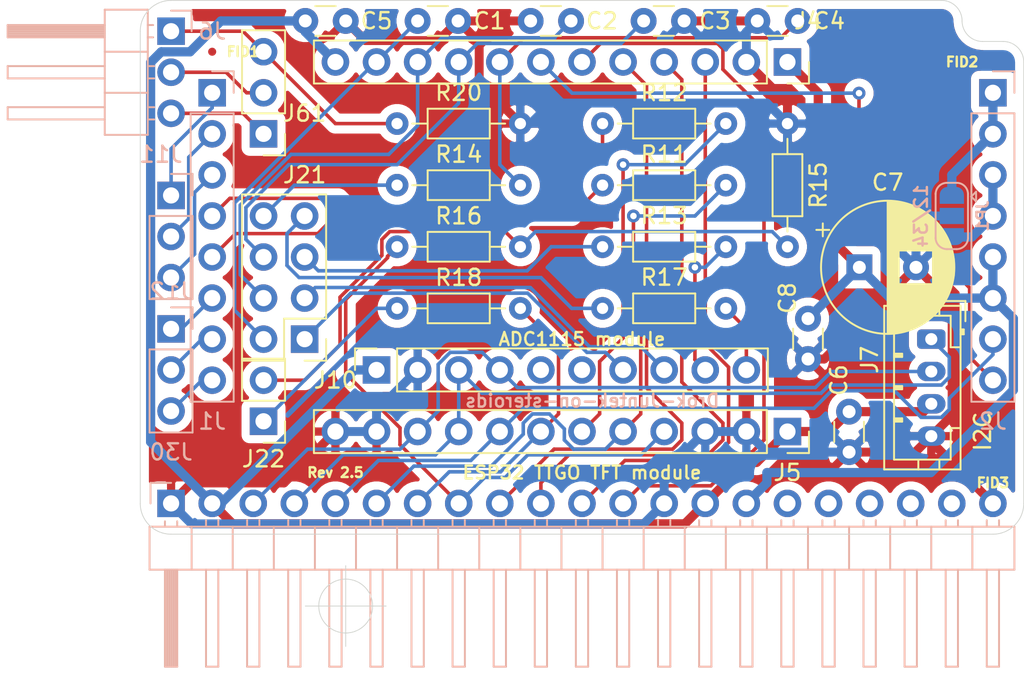
<source format=kicad_pcb>
(kicad_pcb (version 20171130) (host pcbnew "(5.1.10)-1")
  (title_block (title Drok/Juntek-on-steroids) (date 2021-08-24) (rev 2.5))
  (layers (0 F.Cu signal) (31 B.Cu signal) (34 B.Paste user hide) (35 F.Paste user hide) (36 B.SilkS user) (37 F.SilkS user) (38 B.Mask user) (39 F.Mask user) (44 Edge.Cuts user))
  (net 0 "")
  (net 1 VCC)
  (net 2 /GPIO27)
  (net 3 /SDA)
  (net 4 /SCL)
  (net 5 /GPIO13)
  (net 6 /ADC0)
  (net 7 /ADC1)
  (net 8 /ADC2)
  (net 9 /ADC3)
  (net 10 /GPIO32)
  (net 11 /GPIO25)
  (net 12 /GPIO26)
  (net 13 /GPIO17)
  (net 14 /A3)
  (net 15 /A2)
  (net 16 /A1)
  (net 17 /A0)
  (net 18 /J1.8)
  (net 19 /J1.3)
  (net 20 /J1.2)
  (net 21 /J1.6)
  (net 22 /+3V3)
  (net 23 /GPIO12)
  (net 24 /J1.1)
  (net 25 /J1.5)
  (net 26 /J1.4)
  (net 27 /J6.2)
  (net 28 /J1.7)
  (net 29 /J6.3)
  (net 30 /FanPWM)
  (net 31 "Net-(J21-Pad7)")
  (net 32 /J6.1)
  (net 33 "Net-(J21-Pad5)")
  (net 34 "Net-(J21-Pad8)")
  (net 35 "Net-(J22-Pad2)")
  (net 36 "Net-(J22-Pad1)")
  (net 37 GND)
  (net 38 /GPIO15)
  (net 39 /GPIO33)
  (net 40 /GNDD)
  (net 41 /GNDA)
  (module Fiducial:Fiducial_0.5mm_Mask1mm (layer F.Cu) (at 151.765 63.5)
    (fp_text reference FID2 (at -1.905 0) (layer F.SilkS) (effects (font (size 0.6 0.6))))
    (fp_text value Fiducial)
    (pad "" smd circle (at 0 0) (size 0.5 0.5) (layers F.Cu F.Mask) (clearance 0.25))
  )
  (module Connector_PinHeader_2.54mm:PinHeader_1x03_P2.54mm_Vertical (layer F.Cu) (at 106.68 67.945 180)
    (fp_text reference J61 (at -2.54 1.27) (layer F.SilkS))
    (fp_text value patch)
    (pad 3 thru_hole oval (at 0 5.08 180) (size 1.7 1.7) (drill 1) (layers *.Cu *.Mask) (net 29 /J6.3))
    (pad 2 thru_hole oval (at 0 2.54 180) (size 1.7 1.7) (drill 1) (layers *.Cu *.Mask) (net 27 /J6.2))
    (pad 1 thru_hole rect (at 0 0 180) (size 1.7 1.7) (drill 1) (layers *.Cu *.Mask) (net 32 /J6.1))
  )
  (module Connector_PinHeader_2.54mm:PinHeader_1x03_P2.54mm_Vertical (layer B.Cu) (at 100.965 80.01 180)
    (fp_text reference J12 (at 0 2.33) (layer B.SilkS) (effects (justify mirror)))
    (fp_text value patch)
    (pad 3 thru_hole oval (at 0 -5.08 180) (size 1.7 1.7) (drill 1) (layers *.Cu *.Mask) (net 18 /J1.8))
    (pad 2 thru_hole oval (at 0 -2.54 180) (size 1.7 1.7) (drill 1) (layers *.Cu *.Mask) (net 28 /J1.7))
    (pad 1 thru_hole rect (at 0 0 180) (size 1.7 1.7) (drill 1) (layers *.Cu *.Mask) (net 21 /J1.6))
  )
  (module Connector_PinHeader_2.54mm:PinHeader_1x02_P2.54mm_Vertical (layer F.Cu) (at 106.68 85.725 180)
    (fp_text reference J22 (at 0 -2.33) (layer F.SilkS))
    (fp_text value patch)
    (pad 2 thru_hole oval (at 0 2.54 180) (size 1.7 1.7) (drill 1) (layers *.Cu *.Mask) (net 35 "Net-(J22-Pad2)"))
    (pad 1 thru_hole rect (at 0 0 180) (size 1.7 1.7) (drill 1) (layers *.Cu *.Mask) (net 36 "Net-(J22-Pad1)"))
  )
  (module Connector_PinHeader_2.54mm:PinHeader_2x04_P2.54mm_Vertical (layer F.Cu) (at 109.22 80.645 180)
    (fp_text reference J21 (at 0 10.16) (layer F.SilkS))
    (fp_text value patch)
    (pad 8 thru_hole oval (at 2.54 7.62 180) (size 1.7 1.7) (drill 1) (layers *.Cu *.Mask) (net 34 "Net-(J21-Pad8)"))
    (pad 7 thru_hole oval (at 0 7.62 180) (size 1.7 1.7) (drill 1) (layers *.Cu *.Mask) (net 31 "Net-(J21-Pad7)"))
    (pad 6 thru_hole oval (at 2.54 5.08 180) (size 1.7 1.7) (drill 1) (layers *.Cu *.Mask) (net 8 /ADC2))
    (pad 5 thru_hole oval (at 0 5.08 180) (size 1.7 1.7) (drill 1) (layers *.Cu *.Mask) (net 33 "Net-(J21-Pad5)"))
    (pad 4 thru_hole oval (at 2.54 2.54 180) (size 1.7 1.7) (drill 1) (layers *.Cu *.Mask) (net 7 /ADC1))
    (pad 3 thru_hole oval (at 0 2.54 180) (size 1.7 1.7) (drill 1) (layers *.Cu *.Mask) (net 16 /A1))
    (pad 2 thru_hole oval (at 2.54 0 180) (size 1.7 1.7) (drill 1) (layers *.Cu *.Mask) (net 6 /ADC0))
    (pad 1 thru_hole rect (at 0 0 180) (size 1.7 1.7) (drill 1) (layers *.Cu *.Mask) (net 17 /A0))
  )
  (module Connector_PinHeader_2.54mm:PinHeader_1x03_P2.54mm_Vertical (layer B.Cu) (at 100.965 71.755 180)
    (fp_text reference J11 (at 0.635 2.54) (layer B.SilkS) (effects (justify mirror)))
    (fp_text value patch)
    (pad 3 thru_hole oval (at 0 -5.08 180) (size 1.7 1.7) (drill 1) (layers *.Cu *.Mask) (net 19 /J1.3))
    (pad 2 thru_hole oval (at 0 -2.54 180) (size 1.7 1.7) (drill 1) (layers *.Cu *.Mask) (net 20 /J1.2))
    (pad 1 thru_hole rect (at 0 0 180) (size 1.7 1.7) (drill 1) (layers *.Cu *.Mask) (net 24 /J1.1))
  )
  (module Connector_JST:JST_PH_B4B-PH-K_1x04_P2.00mm_Vertical (layer F.Cu) (at 147.955 80.645 270)
    (fp_text reference J7 (at 1.27 3.81 90) (layer F.SilkS))
    (fp_text value I2C)
    (pad 4 thru_hole oval (at 6 0 270) (size 1.2 1.75) (drill 0.75) (layers *.Cu *.Mask) (net 37 GND))
    (pad 3 thru_hole oval (at 4 0 270) (size 1.2 1.75) (drill 0.75) (layers *.Cu *.Mask) (net 22 /+3V3))
    (pad 2 thru_hole oval (at 2 0 270) (size 1.2 1.75) (drill 0.75) (layers *.Cu *.Mask) (net 3 /SDA))
    (pad 1 thru_hole roundrect (at 0 0 270) (size 1.2 1.75) (drill 0.75) (layers *.Cu *.Mask) (roundrect_rratio 0.2083325) (net 4 /SCL))
  )
  (module Connector_PinSocket_2.54mm:PinSocket_1x10_P2.54mm_Vertical (layer F.Cu) (at 113.665 82.55 90)
    (fp_text reference J10 (at -0.635 -2.54 180) (layer F.SilkS))
    (fp_text value ADS1115)
    (pad 10 thru_hole oval (at 0 22.86 90) (size 1.7 1.7) (drill 1) (layers *.Cu *.Mask) (net 14 /A3))
    (pad 9 thru_hole oval (at 0 20.32 90) (size 1.7 1.7) (drill 1) (layers *.Cu *.Mask) (net 15 /A2))
    (pad 8 thru_hole oval (at 0 17.78 90) (size 1.7 1.7) (drill 1) (layers *.Cu *.Mask) (net 16 /A1))
    (pad 7 thru_hole oval (at 0 15.24 90) (size 1.7 1.7) (drill 1) (layers *.Cu *.Mask) (net 17 /A0))
    (pad 6 thru_hole oval (at 0 12.7 90) (size 1.7 1.7) (drill 1) (layers *.Cu *.Mask))
    (pad 5 thru_hole oval (at 0 10.16 90) (size 1.7 1.7) (drill 1) (layers *.Cu *.Mask))
    (pad 4 thru_hole oval (at 0 7.62 90) (size 1.7 1.7) (drill 1) (layers *.Cu *.Mask) (net 3 /SDA))
    (pad 3 thru_hole oval (at 0 5.08 90) (size 1.7 1.7) (drill 1) (layers *.Cu *.Mask) (net 4 /SCL))
    (pad 2 thru_hole oval (at 0 2.54 90) (size 1.7 1.7) (drill 1) (layers *.Cu *.Mask) (net 37 GND))
    (pad 1 thru_hole rect (at 0 0 90) (size 1.7 1.7) (drill 1) (layers *.Cu *.Mask) (net 22 /+3V3))
  )
  (module Resistor_THT:R_Axial_DIN0204_L3.6mm_D1.6mm_P7.62mm_Horizontal (layer F.Cu) (at 127.635 74.93)
    (fp_text reference R13 (at 3.81 -1.92) (layer F.SilkS))
    (fp_text value 1k/zero)
    (pad 2 thru_hole oval (at 7.62 0) (size 1.4 1.4) (drill 0.7) (layers *.Cu *.Mask) (net 15 /A2))
    (pad 1 thru_hole circle (at 0 0) (size 1.4 1.4) (drill 0.7) (layers *.Cu *.Mask) (net 33 "Net-(J21-Pad5)"))
  )
  (module Jumper:SolderJumper-3_P1.3mm_Open_RoundedPad1.0x1.5mm (layer B.Cu) (at 149.225 73.025 270)
    (fp_text reference JP1 (at 0 -1.905 90) (layer B.SilkS) (effects (font (size 0.7 0.7)) (justify mirror)))
    (fp_text value GND/D)
    (pad 2 smd rect (at 0 0 270) (size 1 1.5) (layers B.Cu B.Mask) (net 37 GND))
    (pad 3 smd custom (at 1.3 0 270) (size 1 0.5) (layers B.Cu B.Mask) (net 40 /GNDD) (options (clearance outline) (anchor rect)) (primitives (gr_circle (center 0 -0.25) (end 0.5 -0.25) (width 0)) (gr_circle (center 0 0.25) (end 0.5 0.25) (width 0)) (gr_poly (pts (xy -0.55 0.75) (xy 0 0.75) (xy 0 -0.75) (xy -0.55 -0.75)) (width 0))))
    (pad 1 smd custom (at -1.3 0 270) (size 1 0.5) (layers B.Cu B.Mask) (net 41 /GNDA) (options (clearance outline) (anchor rect)) (primitives (gr_circle (center 0 -0.25) (end 0.5 -0.25) (width 0)) (gr_circle (center 0 0.25) (end 0.5 0.25) (width 0)) (gr_poly (pts (xy 0.55 0.75) (xy 0 0.75) (xy 0 -0.75) (xy 0.55 -0.75)) (width 0))))
  )
  (module Capacitor_THT:C_Disc_D3.0mm_W1.6mm_P2.50mm (layer F.Cu) (at 142.875 87.63 90)
    (fp_text reference C6 (at 4.445 -0.635 90) (layer F.SilkS))
    (fp_text value 0.1µ)
    (pad 2 thru_hole circle (at 2.5 0 90) (size 1.6 1.6) (drill 0.8) (layers *.Cu *.Mask) (net 22 /+3V3))
    (pad 1 thru_hole circle (at 0 0 90) (size 1.6 1.6) (drill 0.8) (layers *.Cu *.Mask) (net 37 GND))
  )
  (module Capacitor_THT:C_Disc_D3.0mm_W1.6mm_P2.50mm (layer F.Cu) (at 111.76 60.96 180)
    (fp_text reference C5 (at -1.905 0) (layer F.SilkS))
    (fp_text value 0.1µ)
    (pad 2 thru_hole circle (at 2.5 0 180) (size 1.6 1.6) (drill 0.8) (layers *.Cu *.Mask) (net 22 /+3V3))
    (pad 1 thru_hole circle (at 0 0 180) (size 1.6 1.6) (drill 0.8) (layers *.Cu *.Mask) (net 37 GND))
  )
  (module Connector_PinHeader_2.54mm:PinHeader_1x21_P2.54mm_Horizontal (layer B.Cu) (at 100.965 90.805 270)
    (fp_text reference J30 (at -3.175 0 180) (layer B.SilkS) (effects (justify mirror)))
    (fp_text value Expansion1)
    (pad 21 thru_hole oval (at 0 -50.8 270) (size 1.7 1.7) (drill 1) (layers *.Cu *.Mask) (net 37 GND))
    (pad 20 thru_hole oval (at 0 -48.26 270) (size 1.7 1.7) (drill 1) (layers *.Cu *.Mask))
    (pad 19 thru_hole oval (at 0 -45.72 270) (size 1.7 1.7) (drill 1) (layers *.Cu *.Mask))
    (pad 18 thru_hole oval (at 0 -43.18 270) (size 1.7 1.7) (drill 1) (layers *.Cu *.Mask))
    (pad 17 thru_hole oval (at 0 -40.64 270) (size 1.7 1.7) (drill 1) (layers *.Cu *.Mask))
    (pad 16 thru_hole oval (at 0 -38.1 270) (size 1.7 1.7) (drill 1) (layers *.Cu *.Mask))
    (pad 15 thru_hole oval (at 0 -35.56 270) (size 1.7 1.7) (drill 1) (layers *.Cu *.Mask) (net 1 VCC))
    (pad 14 thru_hole oval (at 0 -33.02 270) (size 1.7 1.7) (drill 1) (layers *.Cu *.Mask) (net 22 /+3V3))
    (pad 13 thru_hole oval (at 0 -30.48 270) (size 1.7 1.7) (drill 1) (layers *.Cu *.Mask) (net 37 GND))
    (pad 12 thru_hole oval (at 0 -27.94 270) (size 1.7 1.7) (drill 1) (layers *.Cu *.Mask) (net 39 /GPIO33))
    (pad 11 thru_hole oval (at 0 -25.4 270) (size 1.7 1.7) (drill 1) (layers *.Cu *.Mask) (net 2 /GPIO27))
    (pad 10 thru_hole oval (at 0 -22.86 270) (size 1.7 1.7) (drill 1) (layers *.Cu *.Mask) (net 12 /GPIO26))
    (pad 9 thru_hole oval (at 0 -20.32 270) (size 1.7 1.7) (drill 1) (layers *.Cu *.Mask) (net 11 /GPIO25))
    (pad 8 thru_hole oval (at 0 -17.78 270) (size 1.7 1.7) (drill 1) (layers *.Cu *.Mask) (net 23 /GPIO12))
    (pad 7 thru_hole oval (at 0 -15.24 270) (size 1.7 1.7) (drill 1) (layers *.Cu *.Mask) (net 30 /FanPWM))
    (pad 6 thru_hole oval (at 0 -12.7 270) (size 1.7 1.7) (drill 1) (layers *.Cu *.Mask) (net 5 /GPIO13))
    (pad 5 thru_hole oval (at 0 -10.16 270) (size 1.7 1.7) (drill 1) (layers *.Cu *.Mask) (net 13 /GPIO17))
    (pad 4 thru_hole oval (at 0 -7.62 270) (size 1.7 1.7) (drill 1) (layers *.Cu *.Mask) (net 4 /SCL))
    (pad 3 thru_hole oval (at 0 -5.08 270) (size 1.7 1.7) (drill 1) (layers *.Cu *.Mask) (net 3 /SDA))
    (pad 2 thru_hole oval (at 0 -2.54 270) (size 1.7 1.7) (drill 1) (layers *.Cu *.Mask) (net 22 /+3V3))
    (pad 1 thru_hole rect (at 0 0 270) (size 1.7 1.7) (drill 1) (layers *.Cu *.Mask) (net 37 GND))
  )
  (module Resistor_THT:R_Axial_DIN0204_L3.6mm_D1.6mm_P7.62mm_Horizontal (layer F.Cu) (at 114.935 67.31)
    (fp_text reference R20 (at 3.81 -1.92) (layer F.SilkS))
    (fp_text value 100k/none)
    (pad 2 thru_hole oval (at 7.62 0) (size 1.4 1.4) (drill 0.7) (layers *.Cu *.Mask) (net 37 GND))
    (pad 1 thru_hole circle (at 0 0) (size 1.4 1.4) (drill 0.7) (layers *.Cu *.Mask) (net 32 /J6.1))
  )
  (module Resistor_THT:R_Axial_DIN0204_L3.6mm_D1.6mm_P7.62mm_Horizontal (layer F.Cu) (at 114.935 78.74)
    (fp_text reference R18 (at 3.81 -1.905) (layer F.SilkS))
    (fp_text value 1k/zero)
    (pad 2 thru_hole oval (at 7.62 0) (size 1.4 1.4) (drill 0.7) (layers *.Cu *.Mask) (net 30 /FanPWM))
    (pad 1 thru_hole circle (at 0 0) (size 1.4 1.4) (drill 0.7) (layers *.Cu *.Mask) (net 36 "Net-(J22-Pad1)"))
  )
  (module Resistor_THT:R_Axial_DIN0204_L3.6mm_D1.6mm_P7.62mm_Horizontal (layer F.Cu) (at 127.635 78.74)
    (fp_text reference R17 (at 3.81 -1.92) (layer F.SilkS))
    (fp_text value 1k/zero)
    (pad 2 thru_hole oval (at 7.62 0) (size 1.4 1.4) (drill 0.7) (layers *.Cu *.Mask) (net 14 /A3))
    (pad 1 thru_hole circle (at 0 0) (size 1.4 1.4) (drill 0.7) (layers *.Cu *.Mask) (net 31 "Net-(J21-Pad7)"))
  )
  (module Resistor_THT:R_Axial_DIN0204_L3.6mm_D1.6mm_P7.62mm_Horizontal (layer F.Cu) (at 122.555 74.93 180)
    (fp_text reference R16 (at 3.81 1.905) (layer F.SilkS))
    (fp_text value 1k/zero)
    (pad 2 thru_hole oval (at 7.62 0 180) (size 1.4 1.4) (drill 0.7) (layers *.Cu *.Mask) (net 23 /GPIO12))
    (pad 1 thru_hole circle (at 0 0 180) (size 1.4 1.4) (drill 0.7) (layers *.Cu *.Mask) (net 35 "Net-(J22-Pad2)"))
  )
  (module Resistor_THT:R_Axial_DIN0204_L3.6mm_D1.6mm_P7.62mm_Horizontal (layer F.Cu) (at 139.065 74.93 90)
    (fp_text reference R15 (at 3.81 1.905 90) (layer F.SilkS))
    (fp_text value 2k2/none)
    (pad 2 thru_hole oval (at 7.62 0 90) (size 1.4 1.4) (drill 0.7) (layers *.Cu *.Mask) (net 37 GND))
    (pad 1 thru_hole circle (at 0 0 90) (size 1.4 1.4) (drill 0.7) (layers *.Cu *.Mask) (net 35 "Net-(J22-Pad2)"))
  )
  (module Resistor_THT:R_Axial_DIN0204_L3.6mm_D1.6mm_P7.62mm_Horizontal (layer F.Cu) (at 135.255 67.31 180)
    (fp_text reference R12 (at 3.81 1.905) (layer F.SilkS))
    (fp_text value 68k/zero)
    (pad 2 thru_hole oval (at 7.62 0 180) (size 1.4 1.4) (drill 0.7) (layers *.Cu *.Mask) (net 26 /J1.4))
    (pad 1 thru_hole circle (at 0 0 180) (size 1.4 1.4) (drill 0.7) (layers *.Cu *.Mask) (net 38 /GPIO15))
  )
  (module Resistor_THT:R_Axial_DIN0204_L3.6mm_D1.6mm_P7.62mm_Horizontal (layer F.Cu) (at 135.255 71.12 180)
    (fp_text reference R11 (at 3.81 1.905) (layer F.SilkS))
    (fp_text value 68k/zero)
    (pad 2 thru_hole oval (at 7.62 0 180) (size 1.4 1.4) (drill 0.7) (layers *.Cu *.Mask) (net 25 /J1.5))
    (pad 1 thru_hole circle (at 0 0 180) (size 1.4 1.4) (drill 0.7) (layers *.Cu *.Mask) (net 5 /GPIO13))
  )
  (module Capacitor_THT:C_Disc_D3.0mm_W1.6mm_P2.50mm (layer F.Cu) (at 130.175 60.96)
    (fp_text reference C3 (at 4.405 0) (layer F.SilkS))
    (fp_text value 0.1µ)
    (pad 2 thru_hole circle (at 2.5 0) (size 1.6 1.6) (drill 0.8) (layers *.Cu *.Mask) (net 37 GND))
    (pad 1 thru_hole circle (at 0 0) (size 1.6 1.6) (drill 0.8) (layers *.Cu *.Mask) (net 8 /ADC2))
  )
  (module Capacitor_THT:C_Disc_D3.0mm_W1.6mm_P2.50mm (layer F.Cu) (at 125.69 60.96 180)
    (fp_text reference C2 (at -1.905 0) (layer F.SilkS))
    (fp_text value 0.1µ)
    (pad 2 thru_hole circle (at 2.5 0 180) (size 1.6 1.6) (drill 0.8) (layers *.Cu *.Mask) (net 37 GND))
    (pad 1 thru_hole circle (at 0 0 180) (size 1.6 1.6) (drill 0.8) (layers *.Cu *.Mask) (net 7 /ADC1))
  )
  (module Capacitor_THT:C_Disc_D3.0mm_W1.6mm_P2.50mm (layer F.Cu) (at 116.205 60.96)
    (fp_text reference C1 (at 4.445 0) (layer F.SilkS))
    (fp_text value 0.1µ)
    (pad 2 thru_hole circle (at 2.5 0) (size 1.6 1.6) (drill 0.8) (layers *.Cu *.Mask) (net 37 GND))
    (pad 1 thru_hole circle (at 0 0) (size 1.6 1.6) (drill 0.8) (layers *.Cu *.Mask) (net 6 /ADC0))
  )
  (module Resistor_THT:R_Axial_DIN0204_L3.6mm_D1.6mm_P7.62mm_Horizontal (layer F.Cu) (at 122.555 71.12 180)
    (fp_text reference R14 (at 3.81 1.905) (layer F.SilkS))
    (fp_text value 1k/zero)
    (pad 2 thru_hole oval (at 7.62 0 180) (size 1.4 1.4) (drill 0.7) (layers *.Cu *.Mask) (net 34 "Net-(J21-Pad8)"))
    (pad 1 thru_hole circle (at 0 0 180) (size 1.4 1.4) (drill 0.7) (layers *.Cu *.Mask) (net 9 /ADC3))
  )
  (module Connector_PinHeader_2.54mm:PinHeader_1x03_P2.54mm_Horizontal (layer B.Cu) (at 100.965 61.595 180)
    (fp_text reference J6 (at -2.54 0 180) (layer B.SilkS) (effects (justify mirror)))
    (fp_text value feedback)
    (pad 3 thru_hole oval (at 0 -5.08 180) (size 1.7 1.7) (drill 1) (layers *.Cu *.Mask) (net 29 /J6.3))
    (pad 2 thru_hole oval (at 0 -2.54 180) (size 1.7 1.7) (drill 1) (layers *.Cu *.Mask) (net 27 /J6.2))
    (pad 1 thru_hole rect (at 0 0 180) (size 1.7 1.7) (drill 1) (layers *.Cu *.Mask) (net 32 /J6.1))
  )
  (module Capacitor_THT:C_Disc_D3.0mm_W1.6mm_P2.50mm (layer F.Cu) (at 140.335 79.375 270)
    (fp_text reference C8 (at -1.27 1.27 90) (layer F.SilkS))
    (fp_text value 0.1µ)
    (pad 2 thru_hole circle (at 2.5 0 270) (size 1.6 1.6) (drill 0.8) (layers *.Cu *.Mask) (net 37 GND))
    (pad 1 thru_hole circle (at 0 0 270) (size 1.6 1.6) (drill 0.8) (layers *.Cu *.Mask) (net 1 VCC))
  )
  (module Capacitor_THT:C_Disc_D3.0mm_W1.6mm_P2.50mm (layer F.Cu) (at 139.7 60.96 180)
    (fp_text reference C4 (at -1.945 0) (layer F.SilkS))
    (fp_text value 0.1µ)
    (pad 2 thru_hole circle (at 2.5 0 180) (size 1.6 1.6) (drill 0.8) (layers *.Cu *.Mask) (net 37 GND))
    (pad 1 thru_hole circle (at 0 0 180) (size 1.6 1.6) (drill 0.8) (layers *.Cu *.Mask) (net 9 /ADC3))
  )
  (module Capacitor_THT:CP_Radial_D8.0mm_P3.50mm (layer F.Cu) (at 143.51 76.2)
    (fp_text reference C7 (at 1.75 -5.25) (layer F.SilkS))
    (fp_text value 470µ)
    (pad 2 thru_hole circle (at 3.5 0) (size 1.6 1.6) (drill 0.8) (layers *.Cu *.Mask) (net 37 GND))
    (pad 1 thru_hole rect (at 0 0) (size 1.6 1.6) (drill 0.8) (layers *.Cu *.Mask) (net 1 VCC))
  )
  (module Fiducial:Fiducial_0.5mm_Mask1mm (layer F.Cu) (at 151.765 88.265)
    (fp_text reference FID3 (at 0 1.27) (layer F.SilkS) (effects (font (size 0.6 0.6))))
    (fp_text value Fiducial)
    (pad "" smd circle (at 0 0) (size 0.5 0.5) (layers F.Cu F.Mask) (clearance 0.25))
  )
  (module Fiducial:Fiducial_0.5mm_Mask1mm (layer F.Cu) (at 103.505 62.865)
    (fp_text reference FID1 (at 1.905 0) (layer F.SilkS) (effects (font (size 0.6 0.6))))
    (fp_text value Fiducial)
    (pad "" smd circle (at 0 0) (size 0.5 0.5) (layers F.Cu F.Mask) (clearance 0.25))
  )
  (module Connector_PinSocket_2.54mm:PinSocket_1x12_P2.54mm_Vertical (layer F.Cu) (at 139.065 86.36 270)
    (fp_text reference J5 (at 2.54 0 180) (layer F.SilkS))
    (fp_text value ESP32-TFT)
    (pad 12 thru_hole oval (at 0 27.94 270) (size 1.7 1.7) (drill 1) (layers *.Cu *.Mask) (net 37 GND))
    (pad 11 thru_hole oval (at 0 25.4 270) (size 1.7 1.7) (drill 1) (layers *.Cu *.Mask) (net 37 GND))
    (pad 10 thru_hole oval (at 0 22.86 270) (size 1.7 1.7) (drill 1) (layers *.Cu *.Mask) (net 3 /SDA))
    (pad 9 thru_hole oval (at 0 20.32 270) (size 1.7 1.7) (drill 1) (layers *.Cu *.Mask) (net 4 /SCL))
    (pad 8 thru_hole oval (at 0 17.78 270) (size 1.7 1.7) (drill 1) (layers *.Cu *.Mask) (net 13 /GPIO17))
    (pad 7 thru_hole oval (at 0 15.24 270) (size 1.7 1.7) (drill 1) (layers *.Cu *.Mask) (net 30 /FanPWM))
    (pad 6 thru_hole oval (at 0 12.7 270) (size 1.7 1.7) (drill 1) (layers *.Cu *.Mask) (net 38 /GPIO15))
    (pad 5 thru_hole oval (at 0 10.16 270) (size 1.7 1.7) (drill 1) (layers *.Cu *.Mask) (net 5 /GPIO13))
    (pad 4 thru_hole oval (at 0 7.62 270) (size 1.7 1.7) (drill 1) (layers *.Cu *.Mask) (net 23 /GPIO12))
    (pad 3 thru_hole oval (at 0 5.08 270) (size 1.7 1.7) (drill 1) (layers *.Cu *.Mask) (net 37 GND))
    (pad 2 thru_hole oval (at 0 2.54 270) (size 1.7 1.7) (drill 1) (layers *.Cu *.Mask) (net 37 GND))
    (pad 1 thru_hole rect (at 0 0 270) (size 1.7 1.7) (drill 1) (layers *.Cu *.Mask) (net 22 /+3V3))
  )
  (module Connector_PinSocket_2.54mm:PinSocket_1x12_P2.54mm_Vertical (layer F.Cu) (at 139.065 63.5 270)
    (fp_text reference J4 (at -2.54 -1.27 180) (layer F.SilkS))
    (fp_text value ESP32-TFT)
    (pad 12 thru_hole oval (at 0 27.94 270) (size 1.7 1.7) (drill 1) (layers *.Cu *.Mask) (net 22 /+3V3))
    (pad 11 thru_hole oval (at 0 25.4 270) (size 1.7 1.7) (drill 1) (layers *.Cu *.Mask) (net 6 /ADC0))
    (pad 10 thru_hole oval (at 0 22.86 270) (size 1.7 1.7) (drill 1) (layers *.Cu *.Mask) (net 7 /ADC1))
    (pad 9 thru_hole oval (at 0 20.32 270) (size 1.7 1.7) (drill 1) (layers *.Cu *.Mask) (net 8 /ADC2))
    (pad 8 thru_hole oval (at 0 17.78 270) (size 1.7 1.7) (drill 1) (layers *.Cu *.Mask) (net 9 /ADC3))
    (pad 7 thru_hole oval (at 0 15.24 270) (size 1.7 1.7) (drill 1) (layers *.Cu *.Mask) (net 10 /GPIO32))
    (pad 6 thru_hole oval (at 0 12.7 270) (size 1.7 1.7) (drill 1) (layers *.Cu *.Mask) (net 39 /GPIO33))
    (pad 5 thru_hole oval (at 0 10.16 270) (size 1.7 1.7) (drill 1) (layers *.Cu *.Mask) (net 11 /GPIO25))
    (pad 4 thru_hole oval (at 0 7.62 270) (size 1.7 1.7) (drill 1) (layers *.Cu *.Mask) (net 12 /GPIO26))
    (pad 3 thru_hole oval (at 0 5.08 270) (size 1.7 1.7) (drill 1) (layers *.Cu *.Mask) (net 2 /GPIO27))
    (pad 2 thru_hole oval (at 0 2.54 270) (size 1.7 1.7) (drill 1) (layers *.Cu *.Mask) (net 37 GND))
    (pad 1 thru_hole rect (at 0 0 270) (size 1.7 1.7) (drill 1) (layers *.Cu *.Mask) (net 1 VCC))
  )
  (module Connector_PinHeader_2.54mm:PinHeader_1x08_P2.54mm_Vertical (layer B.Cu) (at 151.765 65.405 180)
    (fp_text reference J2 (at 0 -20.32) (layer B.SilkS) (effects (justify mirror)))
    (fp_text value "To PSU host board")
    (pad 8 thru_hole oval (at 0 -17.78 180) (size 1.7 1.7) (drill 1) (layers *.Cu *.Mask) (net 10 /GPIO32))
    (pad 7 thru_hole oval (at 0 -15.24 180) (size 1.7 1.7) (drill 1) (layers *.Cu *.Mask) (net 13 /GPIO17))
    (pad 6 thru_hole oval (at 0 -12.7 180) (size 1.7 1.7) (drill 1) (layers *.Cu *.Mask) (net 1 VCC))
    (pad 5 thru_hole oval (at 0 -10.16 180) (size 1.7 1.7) (drill 1) (layers *.Cu *.Mask) (net 1 VCC))
    (pad 4 thru_hole oval (at 0 -7.62 180) (size 1.7 1.7) (drill 1) (layers *.Cu *.Mask) (net 40 /GNDD))
    (pad 3 thru_hole oval (at 0 -5.08 180) (size 1.7 1.7) (drill 1) (layers *.Cu *.Mask) (net 40 /GNDD))
    (pad 2 thru_hole oval (at 0 -2.54 180) (size 1.7 1.7) (drill 1) (layers *.Cu *.Mask) (net 41 /GNDA))
    (pad 1 thru_hole rect (at 0 0 180) (size 1.7 1.7) (drill 1) (layers *.Cu *.Mask) (net 41 /GNDA))
  )
  (module Connector_PinHeader_2.54mm:PinHeader_1x08_P2.54mm_Vertical (layer B.Cu) (at 103.505 65.405 180)
    (fp_text reference J1 (at 0 -20.32) (layer B.SilkS) (effects (justify mirror)))
    (fp_text value "To PSU host board")
    (pad 8 thru_hole oval (at 0 -17.78 180) (size 1.7 1.7) (drill 1) (layers *.Cu *.Mask) (net 18 /J1.8))
    (pad 7 thru_hole oval (at 0 -15.24 180) (size 1.7 1.7) (drill 1) (layers *.Cu *.Mask) (net 28 /J1.7))
    (pad 6 thru_hole oval (at 0 -12.7 180) (size 1.7 1.7) (drill 1) (layers *.Cu *.Mask) (net 21 /J1.6))
    (pad 5 thru_hole oval (at 0 -10.16 180) (size 1.7 1.7) (drill 1) (layers *.Cu *.Mask) (net 25 /J1.5))
    (pad 4 thru_hole oval (at 0 -7.62 180) (size 1.7 1.7) (drill 1) (layers *.Cu *.Mask) (net 26 /J1.4))
    (pad 3 thru_hole oval (at 0 -5.08 180) (size 1.7 1.7) (drill 1) (layers *.Cu *.Mask) (net 19 /J1.3))
    (pad 2 thru_hole oval (at 0 -2.54 180) (size 1.7 1.7) (drill 1) (layers *.Cu *.Mask) (net 20 /J1.2))
    (pad 1 thru_hole rect (at 0 0 180) (size 1.7 1.7) (drill 1) (layers *.Cu *.Mask) (net 24 /J1.1))
  )
  (target plus (at 111.76 97.155) (size 5) (width 0.05) (layer Edge.Cuts))
  (gr_text I2C (at 151.13 86.36 90) (layer F.SilkS) (effects (font (size 1 1))))
  (gr_text 12/34 (at 147.32 73.025 90) (layer B.SilkS) (effects (font (size 0.8 0.8)) (justify mirror)))
  (gr_line (start 151.13 62.23) (end 152.4 62.23) (layer Edge.Cuts) (width 0.05))
  (gr_text "ADC1115 module" (at 126.365 80.645) (layer F.SilkS) (effects (font (size 0.8 0.8))))
  (gr_arc (start 151.13 60.96) (end 149.86 60.96) (angle -90) (layer Edge.Cuts) (width 0.05))
  (gr_arc (start 152.4 63.5) (end 153.67 63.5) (angle -90) (layer Edge.Cuts) (width 0.05))
  (gr_arc (start 148.59 60.96) (end 149.86 60.96) (angle -90) (layer Edge.Cuts) (width 0.05))
  (gr_text "ESP32 TTGO TFT module" (at 126.365 88.9) (layer F.SilkS) (effects (font (size 0.8 0.8))))
  (gr_text Drok-Juntek-on-steroids (at 127 84.455) (layer B.SilkS) (effects (font (size 0.8 0.8)) (justify mirror)))
  (gr_text "Rev 2.5" (at 111.125 88.9) (layer F.SilkS) (effects (font (size 0.6 0.6))))
  (gr_arc (start 100.965 61.595) (end 100.965 59.69) (angle -90) (layer Edge.Cuts) (width 0.05))
  (gr_arc (start 100.965 90.805) (end 99.06 90.805) (angle -90) (layer Edge.Cuts) (width 0.05))
  (gr_arc (start 151.765 90.805) (end 151.765 92.71) (angle -90) (layer Edge.Cuts) (width 0.05))
  (gr_line (start 153.67 90.805) (end 153.67 63.5) (layer Edge.Cuts) (width 0.05))
  (gr_line (start 100.965 92.71) (end 151.765 92.71) (layer Edge.Cuts) (width 0.05))
  (gr_line (start 99.06 61.595) (end 99.06 90.805) (layer Edge.Cuts) (width 0.05))
  (gr_line (start 148.59 59.69) (end 100.965 59.69) (layer Edge.Cuts) (width 0.05))
  (segment (start 151.765 75.565) (end 151.765 78.105) (width 0.57) (layer B.Cu) (net 1))
  (segment (start 145.415 78.105) (end 151.765 78.105) (width 0.57) (layer B.Cu) (net 1))
  (segment (start 143.51 76.2) (end 145.415 78.105) (width 0.57) (layer B.Cu) (net 1))
  (segment (start 143.51 76.2) (end 140.335 79.375) (width 0.57) (layer B.Cu) (net 1))
  (segment (start 139.065 63.5) (end 140.97 65.405) (width 0.57) (layer F.Cu) (net 1))
  (segment (start 140.97 73.66) (end 143.51 76.2) (width 0.57) (layer F.Cu) (net 1))
  (segment (start 140.97 65.405) (end 140.97 73.66) (width 0.57) (layer F.Cu) (net 1))
  (segment (start 142.875 76.835) (end 143.51 76.2) (width 0.57) (layer B.Cu) (net 1))
  (segment (start 153.030001 79.370001) (end 151.765 78.105) (width 0.57) (layer B.Cu) (net 1))
  (segment (start 153.030001 83.792201) (end 153.030001 79.370001) (width 0.57) (layer B.Cu) (net 1))
  (segment (start 147.922202 88.9) (end 153.030001 83.792201) (width 0.57) (layer B.Cu) (net 1))
  (segment (start 137.795 88.9) (end 147.922202 88.9) (width 0.57) (layer B.Cu) (net 1))
  (segment (start 137.795 89.535) (end 137.795 88.9) (width 0.57) (layer B.Cu) (net 1))
  (segment (start 136.525 90.805) (end 137.795 89.535) (width 0.57) (layer B.Cu) (net 1))
  (segment (start 150.465 74.325) (end 151.765 73.025) (width 0.57) (layer B.Cu) (net 40))
  (segment (start 149.225 74.325) (end 150.465 74.325) (width 0.57) (layer B.Cu) (net 40))
  (segment (start 151.765 73.025) (end 151.765 70.485) (width 0.57) (layer B.Cu) (net 40))
  (segment (start 149.225 70.485) (end 151.765 67.945) (width 0.57) (layer B.Cu) (net 41))
  (segment (start 149.225 71.725) (end 149.225 70.485) (width 0.57) (layer B.Cu) (net 41))
  (segment (start 151.765 67.945) (end 151.765 65.405) (width 0.57) (layer B.Cu) (net 41))
  (segment (start 133.985 80.936798) (end 133.985 63.5) (width 0.22) (layer F.Cu) (net 2))
  (segment (start 135.425011 87.028179) (end 135.425011 82.376809) (width 0.22) (layer F.Cu) (net 2))
  (segment (start 134.303169 88.150021) (end 135.425011 87.028179) (width 0.22) (layer F.Cu) (net 2))
  (segment (start 135.425011 82.376809) (end 133.985 80.936798) (width 0.22) (layer F.Cu) (net 2))
  (segment (start 129.019979 88.150021) (end 134.303169 88.150021) (width 0.22) (layer F.Cu) (net 2))
  (segment (start 126.365 90.805) (end 129.019979 88.150021) (width 0.22) (layer F.Cu) (net 2))
  (segment (start 118.221799 81.459999) (end 117.475 82.206798) (width 0.22) (layer B.Cu) (net 3))
  (segment (start 120.194999 81.459999) (end 118.221799 81.459999) (width 0.22) (layer B.Cu) (net 3))
  (segment (start 121.285 82.55) (end 120.194999 81.459999) (width 0.22) (layer B.Cu) (net 3))
  (segment (start 117.475 85.09) (end 116.205 86.36) (width 0.22) (layer B.Cu) (net 3))
  (segment (start 117.475 82.206798) (end 117.475 85.09) (width 0.22) (layer B.Cu) (net 3))
  (segment (start 109.399999 87.450001) (end 106.045 90.805) (width 0.22) (layer B.Cu) (net 3))
  (segment (start 115.114999 87.450001) (end 109.399999 87.450001) (width 0.22) (layer B.Cu) (net 3))
  (segment (start 116.205 86.36) (end 115.114999 87.450001) (width 0.22) (layer B.Cu) (net 3))
  (segment (start 122.375001 83.640001) (end 121.285 82.55) (width 0.22) (layer B.Cu) (net 3))
  (segment (start 147.955 82.645) (end 141.785002 82.645) (width 0.22) (layer B.Cu) (net 3))
  (segment (start 141.785002 82.645) (end 140.790001 83.640001) (width 0.22) (layer B.Cu) (net 3))
  (segment (start 140.790001 83.640001) (end 122.375001 83.640001) (width 0.22) (layer B.Cu) (net 3))
  (segment (start 118.745 86.36) (end 118.745 82.55) (width 0.22) (layer B.Cu) (net 4))
  (segment (start 108.585 90.805) (end 111.589989 87.800011) (width 0.22) (layer B.Cu) (net 4))
  (segment (start 117.304989 87.800011) (end 118.745 86.36) (width 0.22) (layer B.Cu) (net 4))
  (segment (start 111.589989 87.800011) (end 117.304989 87.800011) (width 0.22) (layer B.Cu) (net 4))
  (segment (start 120.185011 83.990011) (end 118.745 82.55) (width 0.22) (layer B.Cu) (net 4))
  (segment (start 141.140011 83.990011) (end 120.185011 83.990011) (width 0.22) (layer B.Cu) (net 4))
  (segment (start 141.645012 83.48501) (end 141.140011 83.990011) (width 0.22) (layer B.Cu) (net 4))
  (segment (start 148.577943 83.48501) (end 141.645012 83.48501) (width 0.22) (layer B.Cu) (net 4))
  (segment (start 149.07001 82.992943) (end 148.577943 83.48501) (width 0.22) (layer B.Cu) (net 4))
  (segment (start 149.07001 81.76001) (end 149.07001 82.992943) (width 0.22) (layer B.Cu) (net 4))
  (segment (start 147.955 80.645) (end 149.07001 81.76001) (width 0.22) (layer B.Cu) (net 4))
  (segment (start 113.665 90.805) (end 115.969969 88.500031) (width 0.22) (layer B.Cu) (net 5))
  (segment (start 125.274999 86.883201) (end 125.841799 87.450001) (width 0.22) (layer B.Cu) (net 5))
  (segment (start 125.274999 86.196797) (end 125.274999 86.883201) (width 0.22) (layer B.Cu) (net 5))
  (segment (start 123.301799 85.269999) (end 124.348201 85.269999) (width 0.22) (layer B.Cu) (net 5))
  (segment (start 122.734999 85.836799) (end 123.301799 85.269999) (width 0.22) (layer B.Cu) (net 5))
  (segment (start 125.841799 87.450001) (end 127.814999 87.450001) (width 0.22) (layer B.Cu) (net 5))
  (segment (start 122.734999 86.523203) (end 122.734999 85.836799) (width 0.22) (layer B.Cu) (net 5))
  (segment (start 127.814999 87.450001) (end 128.905 86.36) (width 0.22) (layer B.Cu) (net 5))
  (segment (start 120.758171 88.500031) (end 122.734999 86.523203) (width 0.22) (layer B.Cu) (net 5))
  (segment (start 124.348201 85.269999) (end 125.274999 86.196797) (width 0.22) (layer B.Cu) (net 5))
  (segment (start 115.969969 88.500031) (end 120.758171 88.500031) (width 0.22) (layer B.Cu) (net 5))
  (segment (start 129.995001 85.269999) (end 129.995001 80.465001) (width 0.22) (layer F.Cu) (net 5))
  (segment (start 128.905 86.36) (end 129.995001 85.269999) (width 0.22) (layer F.Cu) (net 5))
  (via (at 129.545 73.025) (size 0.8) (drill 0.4) (layers F.Cu B.Cu) (net 5))
  (segment (start 129.545 80.015) (end 129.545 73.025) (width 0.22) (layer F.Cu) (net 5))
  (segment (start 129.995001 80.465001) (end 129.545 80.015) (width 0.22) (layer F.Cu) (net 5))
  (segment (start 133.35 73.025) (end 135.255 71.12) (width 0.22) (layer B.Cu) (net 5))
  (segment (start 129.545 73.025) (end 133.35 73.025) (width 0.22) (layer B.Cu) (net 5))
  (segment (start 104.889979 78.854979) (end 106.68 80.645) (width 0.22) (layer B.Cu) (net 6))
  (segment (start 104.889979 72.211843) (end 104.889979 78.854979) (width 0.22) (layer B.Cu) (net 6))
  (segment (start 109.791822 67.31) (end 104.889979 72.211843) (width 0.22) (layer B.Cu) (net 6))
  (segment (start 116.205 60.96) (end 113.665 63.5) (width 0.22) (layer B.Cu) (net 6))
  (segment (start 113.601822 63.5) (end 104.889979 72.211843) (width 0.22) (layer B.Cu) (net 6))
  (segment (start 113.665 63.5) (end 113.601822 63.5) (width 0.22) (layer B.Cu) (net 6))
  (segment (start 116.205 63.5) (end 117.704999 62.000001) (width 0.22) (layer B.Cu) (net 7))
  (segment (start 105.239989 76.664989) (end 106.68 78.105) (width 0.22) (layer B.Cu) (net 7))
  (segment (start 105.239989 72.356821) (end 105.239989 76.664989) (width 0.22) (layer B.Cu) (net 7))
  (segment (start 114.421202 69.215) (end 108.38181 69.215) (width 0.22) (layer B.Cu) (net 7))
  (segment (start 116.205 67.431202) (end 114.421202 69.215) (width 0.22) (layer B.Cu) (net 7))
  (segment (start 108.38181 69.215) (end 105.239989 72.356821) (width 0.22) (layer B.Cu) (net 7))
  (segment (start 116.205 63.5) (end 116.205 67.431202) (width 0.22) (layer B.Cu) (net 7))
  (segment (start 124.689999 61.960001) (end 124.689999 62.000001) (width 0.22) (layer B.Cu) (net 7))
  (segment (start 125.69 60.96) (end 124.689999 61.960001) (width 0.22) (layer B.Cu) (net 7))
  (segment (start 117.704999 62.000001) (end 124.689999 62.000001) (width 0.22) (layer B.Cu) (net 7))
  (segment (start 118.745 63.5) (end 119.894989 62.350011) (width 0.22) (layer B.Cu) (net 8))
  (segment (start 105.589999 74.474999) (end 106.68 75.565) (width 0.22) (layer B.Cu) (net 8))
  (segment (start 105.589999 72.501799) (end 105.589999 74.474999) (width 0.22) (layer B.Cu) (net 8))
  (segment (start 118.745 63.5) (end 118.745 66.04) (width 0.22) (layer B.Cu) (net 8))
  (segment (start 108.241798 69.85) (end 105.589999 72.501799) (width 0.22) (layer B.Cu) (net 8))
  (segment (start 118.745 66.04) (end 114.935 69.85) (width 0.22) (layer B.Cu) (net 8))
  (segment (start 114.935 69.85) (end 108.241798 69.85) (width 0.22) (layer B.Cu) (net 8))
  (segment (start 130.175 60.96) (end 128.784989 62.350011) (width 0.22) (layer B.Cu) (net 8))
  (segment (start 119.894989 62.350011) (end 128.784989 62.350011) (width 0.22) (layer B.Cu) (net 8))
  (segment (start 121.285 63.5) (end 122.784999 62.000001) (width 0.22) (layer F.Cu) (net 9))
  (segment (start 121.285 63.5) (end 121.285 69.85) (width 0.22) (layer B.Cu) (net 9))
  (segment (start 121.285 69.85) (end 121.92 70.485) (width 0.22) (layer B.Cu) (net 9))
  (segment (start 121.92 70.485) (end 122.555 71.12) (width 0.22) (layer B.Cu) (net 9))
  (segment (start 139.7 60.96) (end 138.659999 62.000001) (width 0.22) (layer F.Cu) (net 9))
  (segment (start 122.784999 62.000001) (end 138.659999 62.000001) (width 0.22) (layer F.Cu) (net 9))
  (via (at 143.487389 65.427611) (size 0.8) (drill 0.4) (layers F.Cu B.Cu) (net 10))
  (segment (start 125.752611 65.427611) (end 143.487389 65.427611) (width 0.22) (layer B.Cu) (net 10))
  (segment (start 123.825 63.5) (end 125.752611 65.427611) (width 0.22) (layer B.Cu) (net 10))
  (segment (start 143.487389 65.427611) (end 143.487389 70.6324) (width 0.22) (layer F.Cu) (net 10))
  (segment (start 150.324989 81.744989) (end 151.765 83.185) (width 0.22) (layer F.Cu) (net 10))
  (segment (start 150.324989 77.47) (end 150.324989 81.744989) (width 0.22) (layer F.Cu) (net 10))
  (segment (start 143.487389 70.6324) (end 150.324989 77.47) (width 0.22) (layer F.Cu) (net 10))
  (segment (start 132.535001 86.883201) (end 131.968201 87.450001) (width 0.22) (layer F.Cu) (net 11))
  (segment (start 132.535001 85.836799) (end 132.535001 86.883201) (width 0.22) (layer F.Cu) (net 11))
  (segment (start 130.354999 83.656797) (end 132.535001 85.836799) (width 0.22) (layer F.Cu) (net 11))
  (segment (start 130.354999 64.949999) (end 130.354999 71.575001) (width 0.22) (layer F.Cu) (net 11))
  (segment (start 128.905 63.5) (end 130.354999 64.949999) (width 0.22) (layer F.Cu) (net 11))
  (segment (start 124.639999 87.450001) (end 121.285 90.805) (width 0.22) (layer F.Cu) (net 11))
  (segment (start 131.968201 87.450001) (end 124.639999 87.450001) (width 0.22) (layer F.Cu) (net 11))
  (segment (start 130.354999 71.575001) (end 130.354999 83.656797) (width 0.22) (layer F.Cu) (net 11))
  (segment (start 123.825 89.535) (end 123.825 90.805) (width 0.22) (layer F.Cu) (net 12))
  (segment (start 134.158191 87.800011) (end 125.559989 87.800011) (width 0.22) (layer F.Cu) (net 12))
  (segment (start 135.075001 85.836799) (end 135.075001 86.883201) (width 0.22) (layer F.Cu) (net 12))
  (segment (start 132.535001 83.296799) (end 135.075001 85.836799) (width 0.22) (layer F.Cu) (net 12))
  (segment (start 135.075001 86.883201) (end 134.158191 87.800011) (width 0.22) (layer F.Cu) (net 12))
  (segment (start 132.535001 64.590001) (end 132.535001 83.296799) (width 0.22) (layer F.Cu) (net 12))
  (segment (start 125.559989 87.800011) (end 123.825 89.535) (width 0.22) (layer F.Cu) (net 12))
  (segment (start 131.445 63.5) (end 132.535001 64.590001) (width 0.22) (layer F.Cu) (net 12))
  (segment (start 119.494979 88.150021) (end 121.285 86.36) (width 0.22) (layer B.Cu) (net 13))
  (segment (start 113.779979 88.150021) (end 119.494979 88.150021) (width 0.22) (layer B.Cu) (net 13))
  (segment (start 111.125 90.805) (end 113.779979 88.150021) (width 0.22) (layer B.Cu) (net 13))
  (segment (start 140.705021 84.919989) (end 122.725011 84.919989) (width 0.22) (layer B.Cu) (net 13))
  (segment (start 141.78999 83.83502) (end 140.705021 84.919989) (width 0.22) (layer B.Cu) (net 13))
  (segment (start 122.725011 84.919989) (end 121.285 86.36) (width 0.22) (layer B.Cu) (net 13))
  (segment (start 145.682067 83.83502) (end 141.78999 83.83502) (width 0.22) (layer B.Cu) (net 13))
  (segment (start 148.577943 85.48501) (end 147.332057 85.48501) (width 0.22) (layer B.Cu) (net 13))
  (segment (start 147.332057 85.48501) (end 145.682067 83.83502) (width 0.22) (layer B.Cu) (net 13))
  (segment (start 149.07001 84.992943) (end 148.577943 85.48501) (width 0.22) (layer B.Cu) (net 13))
  (segment (start 151.765 81.602067) (end 149.07001 84.297057) (width 0.22) (layer B.Cu) (net 13))
  (segment (start 149.07001 84.297057) (end 149.07001 84.992943) (width 0.22) (layer B.Cu) (net 13))
  (segment (start 151.765 80.645) (end 151.765 81.602067) (width 0.22) (layer B.Cu) (net 13))
  (segment (start 136.525 80.01) (end 135.255 78.74) (width 0.22) (layer F.Cu) (net 14))
  (segment (start 136.525 82.55) (end 136.525 80.01) (width 0.22) (layer F.Cu) (net 14))
  (segment (start 133.985 82.55) (end 133.35 81.915) (width 0.22) (layer F.Cu) (net 15))
  (via (at 133.345 76.2) (size 0.8) (drill 0.4) (layers F.Cu B.Cu) (net 15))
  (segment (start 133.345 81.91) (end 133.345 76.2) (width 0.22) (layer F.Cu) (net 15))
  (segment (start 133.985 82.55) (end 133.345 81.91) (width 0.22) (layer F.Cu) (net 15))
  (segment (start 133.985 76.2) (end 135.255 74.93) (width 0.22) (layer B.Cu) (net 15))
  (segment (start 133.345 76.2) (end 133.985 76.2) (width 0.22) (layer B.Cu) (net 15))
  (segment (start 109.875011 77.449989) (end 109.22 78.105) (width 0.22) (layer B.Cu) (net 16))
  (segment (start 123.151179 77.449989) (end 109.875011 77.449989) (width 0.22) (layer B.Cu) (net 16))
  (segment (start 123.17119 77.47) (end 123.151179 77.449989) (width 0.22) (layer B.Cu) (net 16))
  (segment (start 123.19 77.47) (end 123.17119 77.47) (width 0.22) (layer B.Cu) (net 16))
  (segment (start 126.829989 81.109989) (end 123.19 77.47) (width 0.22) (layer B.Cu) (net 16))
  (segment (start 130.004989 81.109989) (end 126.829989 81.109989) (width 0.22) (layer B.Cu) (net 16))
  (segment (start 131.445 82.55) (end 130.004989 81.109989) (width 0.22) (layer B.Cu) (net 16))
  (segment (start 111.4425 78.4225) (end 109.22 80.645) (width 0.22) (layer B.Cu) (net 17))
  (segment (start 112.065001 77.799999) (end 111.4425 78.4225) (width 0.22) (layer B.Cu) (net 17))
  (segment (start 126.666201 81.459999) (end 123.006201 77.799999) (width 0.22) (layer B.Cu) (net 17))
  (segment (start 127.814999 81.459999) (end 126.666201 81.459999) (width 0.22) (layer B.Cu) (net 17))
  (segment (start 123.006201 77.799999) (end 112.065001 77.799999) (width 0.22) (layer B.Cu) (net 17))
  (segment (start 128.905 82.55) (end 127.814999 81.459999) (width 0.22) (layer B.Cu) (net 17))
  (segment (start 102.87 83.185) (end 103.505 83.185) (width 0.22) (layer B.Cu) (net 18))
  (segment (start 100.965 85.09) (end 102.87 83.185) (width 0.22) (layer B.Cu) (net 18))
  (segment (start 102.414999 75.385001) (end 102.414999 71.575001) (width 0.22) (layer B.Cu) (net 19))
  (segment (start 100.965 76.835) (end 102.414999 75.385001) (width 0.22) (layer B.Cu) (net 19))
  (segment (start 102.414999 71.575001) (end 103.505 70.485) (width 0.22) (layer B.Cu) (net 19))
  (segment (start 102.055001 73.204999) (end 102.055001 69.394999) (width 0.22) (layer B.Cu) (net 20))
  (segment (start 100.965 74.295) (end 102.055001 73.204999) (width 0.22) (layer B.Cu) (net 20))
  (segment (start 102.055001 69.394999) (end 103.505 67.945) (width 0.22) (layer B.Cu) (net 20))
  (segment (start 101.6 80.01) (end 103.505 78.105) (width 0.22) (layer B.Cu) (net 21))
  (segment (start 100.965 80.01) (end 101.6 80.01) (width 0.22) (layer B.Cu) (net 21))
  (segment (start 103.505 90.805) (end 104.770001 92.070001) (width 0.57) (layer F.Cu) (net 22))
  (segment (start 141.645 86.36) (end 142.875 85.13) (width 0.57) (layer F.Cu) (net 22))
  (segment (start 139.065 86.36) (end 141.645 86.36) (width 0.57) (layer F.Cu) (net 22))
  (segment (start 147.47 85.13) (end 147.955 84.645) (width 0.57) (layer F.Cu) (net 22))
  (segment (start 142.875 85.13) (end 147.47 85.13) (width 0.57) (layer F.Cu) (net 22))
  (segment (start 99.699999 63.527799) (end 99.699999 86.999999) (width 0.57) (layer B.Cu) (net 22))
  (segment (start 99.699999 86.999999) (end 103.505 90.805) (width 0.57) (layer B.Cu) (net 22))
  (segment (start 100.357799 62.869999) (end 99.699999 63.527799) (width 0.57) (layer B.Cu) (net 22))
  (segment (start 102.137003 62.869999) (end 100.357799 62.869999) (width 0.57) (layer B.Cu) (net 22))
  (segment (start 104.047002 60.96) (end 102.137003 62.869999) (width 0.57) (layer B.Cu) (net 22))
  (segment (start 104.047002 60.96) (end 109.26 60.96) (width 0.57) (layer B.Cu) (net 22))
  (segment (start 109.26 61.635) (end 111.125 63.5) (width 0.57) (layer B.Cu) (net 22))
  (segment (start 109.26 60.96) (end 109.26 61.635) (width 0.57) (layer B.Cu) (net 22))
  (segment (start 112.302002 82.55) (end 113.665 82.55) (width 0.57) (layer B.Cu) (net 22))
  (segment (start 104.047002 90.805) (end 112.302002 82.55) (width 0.57) (layer B.Cu) (net 22))
  (segment (start 103.505 90.805) (end 104.047002 90.805) (width 0.57) (layer B.Cu) (net 22))
  (segment (start 133.985 90.805) (end 132.719999 92.070001) (width 0.57) (layer F.Cu) (net 22))
  (segment (start 104.770001 92.070001) (end 132.719999 92.070001) (width 0.57) (layer F.Cu) (net 22))
  (segment (start 133.985 90.805) (end 136.525 88.265) (width 0.57) (layer F.Cu) (net 22))
  (segment (start 137.16 88.265) (end 139.065 86.36) (width 0.57) (layer F.Cu) (net 22))
  (segment (start 136.525 88.265) (end 137.16 88.265) (width 0.57) (layer F.Cu) (net 22))
  (segment (start 118.745 90.805) (end 120.349951 89.200049) (width 0.22) (layer B.Cu) (net 23))
  (segment (start 120.349951 89.200049) (end 121.619951 89.200049) (width 0.22) (layer B.Cu) (net 23))
  (segment (start 121.619951 89.200049) (end 123.019989 87.800011) (width 0.22) (layer B.Cu) (net 23))
  (segment (start 130.004989 87.800011) (end 131.445 86.36) (width 0.22) (layer B.Cu) (net 23))
  (segment (start 123.019989 87.800011) (end 130.004989 87.800011) (width 0.22) (layer B.Cu) (net 23))
  (segment (start 115.114999 87.174999) (end 118.745 90.805) (width 0.22) (layer F.Cu) (net 23))
  (segment (start 115.114999 86.132001) (end 115.114999 87.174999) (width 0.22) (layer F.Cu) (net 23))
  (segment (start 111.76 82.777002) (end 115.114999 86.132001) (width 0.22) (layer F.Cu) (net 23))
  (segment (start 111.76 78.19199) (end 111.76 82.777002) (width 0.22) (layer F.Cu) (net 23))
  (segment (start 114.345009 75.606981) (end 111.76 78.19199) (width 0.22) (layer F.Cu) (net 23))
  (segment (start 114.345009 75.519991) (end 114.345009 75.606981) (width 0.22) (layer F.Cu) (net 23))
  (segment (start 114.935 74.93) (end 114.345009 75.519991) (width 0.22) (layer F.Cu) (net 23))
  (segment (start 103.505 66.331798) (end 103.505 65.405) (width 0.22) (layer B.Cu) (net 24))
  (segment (start 100.965 68.871798) (end 103.505 66.331798) (width 0.22) (layer B.Cu) (net 24))
  (segment (start 100.965 71.755) (end 100.965 68.871798) (width 0.22) (layer B.Cu) (net 24))
  (segment (start 104.954999 74.115001) (end 103.505 75.565) (width 0.22) (layer F.Cu) (net 25))
  (segment (start 110.034999 74.115001) (end 104.954999 74.115001) (width 0.22) (layer F.Cu) (net 25))
  (segment (start 111.125 73.025) (end 110.034999 74.115001) (width 0.22) (layer F.Cu) (net 25))
  (segment (start 125.73 73.025) (end 111.125 73.025) (width 0.22) (layer F.Cu) (net 25))
  (segment (start 127.635 71.12) (end 125.73 73.025) (width 0.22) (layer F.Cu) (net 25))
  (segment (start 103.505 73.025) (end 104.595001 71.934999) (width 0.22) (layer F.Cu) (net 26))
  (segment (start 104.595001 71.934999) (end 111.304999 71.934999) (width 0.22) (layer F.Cu) (net 26))
  (segment (start 111.304999 71.934999) (end 112.04499 72.67499) (width 0.22) (layer F.Cu) (net 26))
  (segment (start 127.635 67.31) (end 127.635 69.215) (width 0.22) (layer F.Cu) (net 26))
  (segment (start 127.635 69.215) (end 124.17501 72.67499) (width 0.22) (layer F.Cu) (net 26))
  (segment (start 112.04499 72.67499) (end 124.17501 72.67499) (width 0.22) (layer F.Cu) (net 26))
  (segment (start 105.637002 65.405) (end 106.68 65.405) (width 0.22) (layer F.Cu) (net 27))
  (segment (start 104.367002 64.135) (end 105.637002 65.405) (width 0.22) (layer F.Cu) (net 27))
  (segment (start 100.965 64.135) (end 104.367002 64.135) (width 0.22) (layer F.Cu) (net 27))
  (segment (start 102.87 80.645) (end 103.505 80.645) (width 0.22) (layer B.Cu) (net 28))
  (segment (start 100.965 82.55) (end 102.87 80.645) (width 0.22) (layer B.Cu) (net 28))
  (segment (start 105.41 66.675) (end 106.68 67.945) (width 0.22) (layer F.Cu) (net 29))
  (segment (start 100.965 66.675) (end 105.41 66.675) (width 0.22) (layer F.Cu) (net 29))
  (segment (start 118.159961 88.850039) (end 121.334961 88.850039) (width 0.22) (layer B.Cu) (net 30))
  (segment (start 121.334961 88.850039) (end 123.825 86.36) (width 0.22) (layer B.Cu) (net 30))
  (segment (start 116.205 90.805) (end 118.159961 88.850039) (width 0.22) (layer B.Cu) (net 30))
  (segment (start 124.915001 85.269999) (end 123.825 86.36) (width 0.22) (layer F.Cu) (net 30))
  (segment (start 124.915001 81.100001) (end 124.915001 85.269999) (width 0.22) (layer F.Cu) (net 30))
  (segment (start 122.555 78.74) (end 124.915001 81.100001) (width 0.22) (layer F.Cu) (net 30))
  (segment (start 108.876798 76.835) (end 123.825 76.835) (width 0.22) (layer B.Cu) (net 31))
  (segment (start 125.73 78.74) (end 127.635 78.74) (width 0.22) (layer B.Cu) (net 31))
  (segment (start 109.22 73.025) (end 108.129999 74.115001) (width 0.22) (layer B.Cu) (net 31))
  (segment (start 108.129999 76.088201) (end 108.876798 76.835) (width 0.22) (layer B.Cu) (net 31))
  (segment (start 108.129999 74.115001) (end 108.129999 76.088201) (width 0.22) (layer B.Cu) (net 31))
  (segment (start 123.825 76.835) (end 125.73 78.74) (width 0.22) (layer B.Cu) (net 31))
  (segment (start 105.41 61.595) (end 106.68 62.865) (width 0.22) (layer F.Cu) (net 32))
  (segment (start 100.965 61.595) (end 105.41 61.595) (width 0.22) (layer F.Cu) (net 32))
  (segment (start 111.125 67.31) (end 114.935 67.31) (width 0.22) (layer F.Cu) (net 32))
  (segment (start 106.68 62.865) (end 111.125 67.31) (width 0.22) (layer F.Cu) (net 32))
  (segment (start 110.069999 76.414999) (end 109.22 75.565) (width 0.22) (layer B.Cu) (net 33))
  (segment (start 122.975001 76.414999) (end 124.46 74.93) (width 0.22) (layer B.Cu) (net 33))
  (segment (start 122.975001 76.414999) (end 110.069999 76.414999) (width 0.22) (layer B.Cu) (net 33))
  (segment (start 124.46 74.93) (end 126.365 74.93) (width 0.22) (layer B.Cu) (net 33))
  (segment (start 127.635 74.93) (end 126.365 74.93) (width 0.22) (layer B.Cu) (net 33))
  (segment (start 108.585 71.12) (end 114.935 71.12) (width 0.22) (layer B.Cu) (net 34))
  (segment (start 106.68 73.025) (end 108.585 71.12) (width 0.22) (layer B.Cu) (net 34))
  (segment (start 121.614999 73.989999) (end 122.555 74.93) (width 0.22) (layer F.Cu) (net 35))
  (segment (start 114.483799 73.989999) (end 121.614999 73.989999) (width 0.22) (layer F.Cu) (net 35))
  (segment (start 113.994999 74.478799) (end 114.483799 73.989999) (width 0.22) (layer F.Cu) (net 35))
  (segment (start 113.994999 75.462003) (end 113.994999 74.478799) (width 0.22) (layer F.Cu) (net 35))
  (segment (start 138.124999 73.989999) (end 139.065 74.93) (width 0.22) (layer B.Cu) (net 35))
  (segment (start 123.495001 73.989999) (end 138.124999 73.989999) (width 0.22) (layer B.Cu) (net 35))
  (segment (start 122.555 74.93) (end 123.495001 73.989999) (width 0.22) (layer B.Cu) (net 35))
  (segment (start 111.40999 80.99501) (end 109.22 83.185) (width 0.22) (layer F.Cu) (net 35))
  (segment (start 109.22 83.185) (end 106.68 83.185) (width 0.22) (layer F.Cu) (net 35))
  (segment (start 111.40999 78.047012) (end 111.40999 80.99501) (width 0.22) (layer F.Cu) (net 35))
  (segment (start 113.994999 75.462003) (end 111.40999 78.047012) (width 0.22) (layer F.Cu) (net 35))
  (segment (start 113.665 78.74) (end 106.68 85.725) (width 0.22) (layer B.Cu) (net 36))
  (segment (start 114.935 78.74) (end 113.665 78.74) (width 0.22) (layer B.Cu) (net 36))
  (segment (start 147.01 73.92) (end 147.01 76.2) (width 0.55) (layer B.Cu) (net 37))
  (segment (start 147.905 73.025) (end 147.01 73.92) (width 0.55) (layer B.Cu) (net 37))
  (segment (start 149.225 73.025) (end 147.905 73.025) (width 0.55) (layer B.Cu) (net 37))
  (segment (start 120.010001 64.765001) (end 122.555 67.31) (width 0.55) (layer F.Cu) (net 37))
  (segment (start 111.125 86.36) (end 113.665 86.36) (width 0.55) (layer B.Cu) (net 37))
  (segment (start 113.665 85.09) (end 116.205 82.55) (width 0.55) (layer B.Cu) (net 37))
  (segment (start 113.665 86.36) (end 113.665 85.09) (width 0.55) (layer B.Cu) (net 37))
  (segment (start 133.985 86.36) (end 136.525 86.36) (width 0.55) (layer B.Cu) (net 37))
  (segment (start 137.795 87.63) (end 142.875 87.63) (width 0.55) (layer B.Cu) (net 37))
  (segment (start 136.525 86.36) (end 137.795 87.63) (width 0.55) (layer B.Cu) (net 37))
  (segment (start 146.97 87.63) (end 147.955 86.645) (width 0.55) (layer F.Cu) (net 37))
  (segment (start 142.875 87.63) (end 146.97 87.63) (width 0.55) (layer F.Cu) (net 37))
  (segment (start 149.24501 78.43501) (end 147.01 76.2) (width 0.55) (layer F.Cu) (net 37))
  (segment (start 149.24501 85.35499) (end 149.24501 78.43501) (width 0.55) (layer F.Cu) (net 37))
  (segment (start 147.955 86.645) (end 149.24501 85.35499) (width 0.55) (layer F.Cu) (net 37))
  (segment (start 100.965 90.805) (end 102.230001 92.070001) (width 0.55) (layer B.Cu) (net 37))
  (segment (start 141.335 81.875) (end 140.335 81.875) (width 0.55) (layer F.Cu) (net 37))
  (segment (start 147.01 76.2) (end 141.335 81.875) (width 0.55) (layer F.Cu) (net 37))
  (segment (start 107.945001 89.539999) (end 111.125 86.36) (width 0.55) (layer F.Cu) (net 37))
  (segment (start 102.230001 89.539999) (end 107.945001 89.539999) (width 0.55) (layer F.Cu) (net 37))
  (segment (start 100.965 90.805) (end 102.230001 89.539999) (width 0.55) (layer F.Cu) (net 37))
  (segment (start 139.065 66.04) (end 136.525 63.5) (width 0.55) (layer F.Cu) (net 37))
  (segment (start 139.065 67.31) (end 139.065 66.04) (width 0.55) (layer F.Cu) (net 37))
  (segment (start 139.065 68.960202) (end 139.065 67.31) (width 0.55) (layer B.Cu) (net 37))
  (segment (start 144.3075 73.4975) (end 141.4425 73.4975) (width 0.55) (layer B.Cu) (net 37))
  (segment (start 141.4425 73.4975) (end 140.335 72.39) (width 0.55) (layer B.Cu) (net 37))
  (segment (start 144.3075 73.4975) (end 147.01 76.2) (width 0.55) (layer B.Cu) (net 37))
  (segment (start 139.065 71.12) (end 141.4425 73.4975) (width 0.55) (layer B.Cu) (net 37))
  (segment (start 139.065 67.31) (end 139.065 71.12) (width 0.55) (layer B.Cu) (net 37))
  (segment (start 117.489999 62.175001) (end 118.705 60.96) (width 0.55) (layer F.Cu) (net 37))
  (segment (start 112.975001 62.175001) (end 117.489999 62.175001) (width 0.55) (layer F.Cu) (net 37))
  (segment (start 111.76 60.96) (end 112.975001 62.175001) (width 0.55) (layer F.Cu) (net 37))
  (segment (start 118.705 60.96) (end 123.19 60.96) (width 0.55) (layer F.Cu) (net 37))
  (segment (start 132.675 60.96) (end 137.2 60.96) (width 0.55) (layer F.Cu) (net 37))
  (segment (start 136.525 61.635) (end 137.2 60.96) (width 0.55) (layer B.Cu) (net 37))
  (segment (start 136.525 63.5) (end 136.525 61.635) (width 0.55) (layer B.Cu) (net 37))
  (segment (start 120.010001 62.265001) (end 118.705 60.96) (width 0.55) (layer F.Cu) (net 37))
  (segment (start 120.010001 64.765001) (end 120.010001 62.265001) (width 0.55) (layer F.Cu) (net 37))
  (segment (start 131.445 90.805) (end 131.445 88.9) (width 0.55) (layer B.Cu) (net 37))
  (segment (start 126.369999 92.070001) (end 126.972201 92.070001) (width 0.55) (layer B.Cu) (net 37))
  (segment (start 102.230001 92.070001) (end 126.369999 92.070001) (width 0.55) (layer B.Cu) (net 37))
  (segment (start 131.445 88.9) (end 133.985 86.36) (width 0.55) (layer B.Cu) (net 37))
  (segment (start 137.795 66.04) (end 139.065 67.31) (width 0.55) (layer B.Cu) (net 37))
  (segment (start 124.46 66.04) (end 137.795 66.04) (width 0.55) (layer B.Cu) (net 37))
  (segment (start 123.19 67.31) (end 124.46 66.04) (width 0.55) (layer B.Cu) (net 37))
  (segment (start 122.555 67.31) (end 123.19 67.31) (width 0.55) (layer B.Cu) (net 37))
  (segment (start 130.179999 92.070001) (end 131.445 90.805) (width 0.55) (layer B.Cu) (net 37))
  (segment (start 126.972201 92.070001) (end 130.179999 92.070001) (width 0.55) (layer B.Cu) (net 37))
  (segment (start 147.955 86.995) (end 151.765 90.805) (width 0.55) (layer F.Cu) (net 37))
  (segment (start 147.955 86.645) (end 147.955 86.995) (width 0.22) (layer F.Cu) (net 37))
  (via (at 128.905 69.85) (size 0.8) (drill 0.4) (layers F.Cu B.Cu) (net 38))
  (segment (start 128.905 80.5768) (end 128.905 69.85) (width 0.22) (layer F.Cu) (net 38))
  (segment (start 127.455001 85.269999) (end 127.455001 82.026799) (width 0.22) (layer F.Cu) (net 38))
  (segment (start 127.455001 82.026799) (end 128.905 80.5768) (width 0.22) (layer F.Cu) (net 38))
  (segment (start 126.365 86.36) (end 127.455001 85.269999) (width 0.22) (layer F.Cu) (net 38))
  (segment (start 132.715 69.85) (end 135.255 67.31) (width 0.22) (layer B.Cu) (net 38))
  (segment (start 128.905 69.85) (end 132.715 69.85) (width 0.22) (layer B.Cu) (net 38))
  (segment (start 134.740011 62.350011) (end 127.514989 62.350011) (width 0.22) (layer F.Cu) (net 39))
  (segment (start 135.075001 62.685001) (end 134.740011 62.350011) (width 0.22) (layer F.Cu) (net 39))
  (segment (start 135.075001 63.955001) (end 135.075001 62.685001) (width 0.22) (layer F.Cu) (net 39))
  (segment (start 137.615001 66.495001) (end 135.075001 63.955001) (width 0.22) (layer F.Cu) (net 39))
  (segment (start 136.868202 87.63) (end 137.615001 86.883201) (width 0.22) (layer F.Cu) (net 39))
  (segment (start 137.615001 86.883201) (end 137.615001 66.495001) (width 0.22) (layer F.Cu) (net 39))
  (segment (start 134.332525 89.714999) (end 136.417524 87.63) (width 0.22) (layer F.Cu) (net 39))
  (segment (start 136.417524 87.63) (end 136.868202 87.63) (width 0.22) (layer F.Cu) (net 39))
  (segment (start 129.995001 89.714999) (end 134.332525 89.714999) (width 0.22) (layer F.Cu) (net 39))
  (segment (start 127.514989 62.350011) (end 126.365 63.5) (width 0.22) (layer F.Cu) (net 39))
  (segment (start 128.905 90.805) (end 129.995001 89.714999) (width 0.22) (layer F.Cu) (net 39))
  (zone (net 37) (net_name GND) (layer B.Cu) (connect_pads (clearance 0.508)) (min_thickness 0.254) (fill yes (arc_segments 32) (thermal_gap 0.508) (thermal_bridge_width 0.508))
    (polygon (pts (xy 153.67 92.71) (xy 99.06 92.71) (xy 99.06 59.69) (xy 153.67 59.69)))
  )
  (zone (net 37) (net_name GND) (layer F.Cu) (connect_pads (clearance 0.508)) (min_thickness 0.254) (fill yes (arc_segments 32) (thermal_gap 0.508) (thermal_bridge_width 0.508))
    (polygon (pts (xy 153.67 92.71) (xy 99.06 92.71) (xy 99.06 59.69) (xy 153.67 59.69)))
  )
)
</source>
